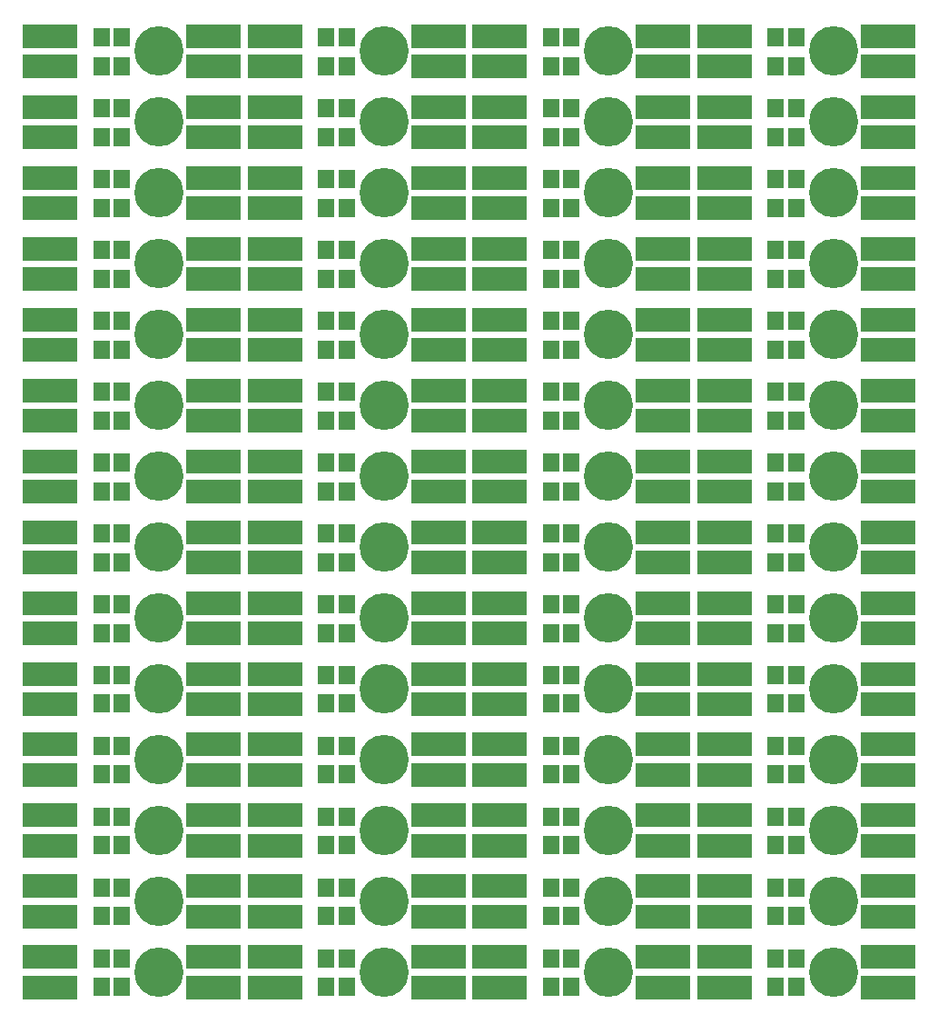
<source format=gbr>
%FSLAX34Y34*%
%MOMM*%
%LNSOLDERMASK_BOTTOM*%
G71*
G01*
%ADD10R, 5.200X2.200*%
%ADD11R, 1.500X1.800*%
%ADD12C, 4.600*%
%LPD*%
X33332Y947083D02*
G54D10*
D03*
X33332Y975658D02*
G54D10*
D03*
X80962Y974725D02*
G54D11*
D03*
X99962Y974725D02*
G54D11*
D03*
X80962Y947738D02*
G54D11*
D03*
X99962Y947738D02*
G54D11*
D03*
X185732Y947083D02*
G54D10*
D03*
X185732Y975658D02*
G54D10*
D03*
X134938Y962025D02*
G54D12*
D03*
X242882Y947083D02*
G54D10*
D03*
X242882Y975658D02*
G54D10*
D03*
X290512Y974725D02*
G54D11*
D03*
X309512Y974725D02*
G54D11*
D03*
X290512Y947738D02*
G54D11*
D03*
X309512Y947738D02*
G54D11*
D03*
X395282Y947083D02*
G54D10*
D03*
X395282Y975658D02*
G54D10*
D03*
X344488Y962025D02*
G54D12*
D03*
X452432Y947083D02*
G54D10*
D03*
X452432Y975658D02*
G54D10*
D03*
X500062Y974725D02*
G54D11*
D03*
X519062Y974725D02*
G54D11*
D03*
X500062Y947738D02*
G54D11*
D03*
X519062Y947738D02*
G54D11*
D03*
X604832Y947083D02*
G54D10*
D03*
X604832Y975658D02*
G54D10*
D03*
X554038Y962025D02*
G54D12*
D03*
X661982Y947083D02*
G54D10*
D03*
X661982Y975658D02*
G54D10*
D03*
X709612Y974725D02*
G54D11*
D03*
X728612Y974725D02*
G54D11*
D03*
X709612Y947738D02*
G54D11*
D03*
X728612Y947738D02*
G54D11*
D03*
X814382Y947083D02*
G54D10*
D03*
X814382Y975658D02*
G54D10*
D03*
X763588Y962025D02*
G54D12*
D03*
X33332Y881063D02*
G54D10*
D03*
X33332Y909638D02*
G54D10*
D03*
X80962Y908705D02*
G54D11*
D03*
X99962Y908705D02*
G54D11*
D03*
X80962Y881717D02*
G54D11*
D03*
X99962Y881717D02*
G54D11*
D03*
X185732Y881063D02*
G54D10*
D03*
X185732Y909638D02*
G54D10*
D03*
X134938Y896005D02*
G54D12*
D03*
X242882Y881063D02*
G54D10*
D03*
X242882Y909638D02*
G54D10*
D03*
X290512Y908705D02*
G54D11*
D03*
X309512Y908705D02*
G54D11*
D03*
X290512Y881717D02*
G54D11*
D03*
X309512Y881717D02*
G54D11*
D03*
X395282Y881063D02*
G54D10*
D03*
X395282Y909638D02*
G54D10*
D03*
X344488Y896005D02*
G54D12*
D03*
X452432Y881063D02*
G54D10*
D03*
X452432Y909638D02*
G54D10*
D03*
X500062Y908705D02*
G54D11*
D03*
X519062Y908705D02*
G54D11*
D03*
X500062Y881717D02*
G54D11*
D03*
X519062Y881717D02*
G54D11*
D03*
X604832Y881063D02*
G54D10*
D03*
X604832Y909638D02*
G54D10*
D03*
X554038Y896005D02*
G54D12*
D03*
X661982Y881063D02*
G54D10*
D03*
X661982Y909638D02*
G54D10*
D03*
X709612Y908705D02*
G54D11*
D03*
X728612Y908705D02*
G54D11*
D03*
X709612Y881717D02*
G54D11*
D03*
X728612Y881717D02*
G54D11*
D03*
X814382Y881063D02*
G54D10*
D03*
X814382Y909638D02*
G54D10*
D03*
X763588Y896005D02*
G54D12*
D03*
X33332Y815043D02*
G54D10*
D03*
X33332Y843617D02*
G54D10*
D03*
X80962Y842685D02*
G54D11*
D03*
X99962Y842685D02*
G54D11*
D03*
X80962Y815697D02*
G54D11*
D03*
X99962Y815697D02*
G54D11*
D03*
X185732Y815043D02*
G54D10*
D03*
X185732Y843617D02*
G54D10*
D03*
X134938Y829985D02*
G54D12*
D03*
X242882Y815043D02*
G54D10*
D03*
X242882Y843617D02*
G54D10*
D03*
X290512Y842685D02*
G54D11*
D03*
X309512Y842685D02*
G54D11*
D03*
X290512Y815697D02*
G54D11*
D03*
X309512Y815697D02*
G54D11*
D03*
X395282Y815043D02*
G54D10*
D03*
X395282Y843617D02*
G54D10*
D03*
X344488Y829985D02*
G54D12*
D03*
X452432Y815043D02*
G54D10*
D03*
X452432Y843617D02*
G54D10*
D03*
X500062Y842685D02*
G54D11*
D03*
X519062Y842685D02*
G54D11*
D03*
X500062Y815697D02*
G54D11*
D03*
X519062Y815697D02*
G54D11*
D03*
X604832Y815043D02*
G54D10*
D03*
X604832Y843617D02*
G54D10*
D03*
X554038Y829985D02*
G54D12*
D03*
X661982Y815043D02*
G54D10*
D03*
X661982Y843617D02*
G54D10*
D03*
X709612Y842685D02*
G54D11*
D03*
X728612Y842685D02*
G54D11*
D03*
X709612Y815697D02*
G54D11*
D03*
X728612Y815697D02*
G54D11*
D03*
X814382Y815043D02*
G54D10*
D03*
X814382Y843617D02*
G54D10*
D03*
X763588Y829985D02*
G54D12*
D03*
X33332Y749023D02*
G54D10*
D03*
X33332Y777597D02*
G54D10*
D03*
X80962Y776665D02*
G54D11*
D03*
X99962Y776665D02*
G54D11*
D03*
X80962Y749677D02*
G54D11*
D03*
X99962Y749677D02*
G54D11*
D03*
X185732Y749023D02*
G54D10*
D03*
X185732Y777597D02*
G54D10*
D03*
X134938Y763965D02*
G54D12*
D03*
X242882Y749023D02*
G54D10*
D03*
X242882Y777597D02*
G54D10*
D03*
X290512Y776665D02*
G54D11*
D03*
X309512Y776665D02*
G54D11*
D03*
X290512Y749677D02*
G54D11*
D03*
X309512Y749677D02*
G54D11*
D03*
X395282Y749023D02*
G54D10*
D03*
X395282Y777597D02*
G54D10*
D03*
X344488Y763965D02*
G54D12*
D03*
X452432Y749023D02*
G54D10*
D03*
X452432Y777597D02*
G54D10*
D03*
X500062Y776665D02*
G54D11*
D03*
X519062Y776665D02*
G54D11*
D03*
X500062Y749677D02*
G54D11*
D03*
X519062Y749677D02*
G54D11*
D03*
X604832Y749023D02*
G54D10*
D03*
X604832Y777597D02*
G54D10*
D03*
X554038Y763965D02*
G54D12*
D03*
X661982Y749023D02*
G54D10*
D03*
X661982Y777597D02*
G54D10*
D03*
X709612Y776665D02*
G54D11*
D03*
X728612Y776665D02*
G54D11*
D03*
X709612Y749677D02*
G54D11*
D03*
X728612Y749677D02*
G54D11*
D03*
X814382Y749023D02*
G54D10*
D03*
X814382Y777597D02*
G54D10*
D03*
X763588Y763965D02*
G54D12*
D03*
X33332Y683003D02*
G54D10*
D03*
X33332Y711578D02*
G54D10*
D03*
X80962Y710645D02*
G54D11*
D03*
X99962Y710645D02*
G54D11*
D03*
X80962Y683658D02*
G54D11*
D03*
X99962Y683658D02*
G54D11*
D03*
X185732Y683003D02*
G54D10*
D03*
X185732Y711578D02*
G54D10*
D03*
X134938Y697945D02*
G54D12*
D03*
X242882Y683003D02*
G54D10*
D03*
X242882Y711578D02*
G54D10*
D03*
X290512Y710645D02*
G54D11*
D03*
X309512Y710645D02*
G54D11*
D03*
X290512Y683658D02*
G54D11*
D03*
X309512Y683658D02*
G54D11*
D03*
X395282Y683003D02*
G54D10*
D03*
X395282Y711578D02*
G54D10*
D03*
X344488Y697945D02*
G54D12*
D03*
X452432Y683003D02*
G54D10*
D03*
X452432Y711578D02*
G54D10*
D03*
X500062Y710645D02*
G54D11*
D03*
X519062Y710645D02*
G54D11*
D03*
X500062Y683658D02*
G54D11*
D03*
X519062Y683658D02*
G54D11*
D03*
X604832Y683003D02*
G54D10*
D03*
X604832Y711578D02*
G54D10*
D03*
X554038Y697945D02*
G54D12*
D03*
X661982Y683003D02*
G54D10*
D03*
X661982Y711578D02*
G54D10*
D03*
X709612Y710645D02*
G54D11*
D03*
X728612Y710645D02*
G54D11*
D03*
X709612Y683658D02*
G54D11*
D03*
X728612Y683658D02*
G54D11*
D03*
X814382Y683003D02*
G54D10*
D03*
X814382Y711578D02*
G54D10*
D03*
X763588Y697945D02*
G54D12*
D03*
X33332Y616983D02*
G54D10*
D03*
X33332Y645558D02*
G54D10*
D03*
X80962Y644625D02*
G54D11*
D03*
X99962Y644625D02*
G54D11*
D03*
X80962Y617638D02*
G54D11*
D03*
X99962Y617638D02*
G54D11*
D03*
X185732Y616983D02*
G54D10*
D03*
X185732Y645558D02*
G54D10*
D03*
X134938Y631925D02*
G54D12*
D03*
X242882Y616983D02*
G54D10*
D03*
X242882Y645558D02*
G54D10*
D03*
X290512Y644625D02*
G54D11*
D03*
X309512Y644625D02*
G54D11*
D03*
X290512Y617638D02*
G54D11*
D03*
X309512Y617638D02*
G54D11*
D03*
X395282Y616983D02*
G54D10*
D03*
X395282Y645558D02*
G54D10*
D03*
X344488Y631925D02*
G54D12*
D03*
X452432Y616983D02*
G54D10*
D03*
X452432Y645558D02*
G54D10*
D03*
X500062Y644625D02*
G54D11*
D03*
X519062Y644625D02*
G54D11*
D03*
X500062Y617638D02*
G54D11*
D03*
X519062Y617638D02*
G54D11*
D03*
X604832Y616983D02*
G54D10*
D03*
X604832Y645558D02*
G54D10*
D03*
X554038Y631925D02*
G54D12*
D03*
X661982Y616983D02*
G54D10*
D03*
X661982Y645558D02*
G54D10*
D03*
X709612Y644625D02*
G54D11*
D03*
X728612Y644625D02*
G54D11*
D03*
X709612Y617638D02*
G54D11*
D03*
X728612Y617638D02*
G54D11*
D03*
X814382Y616983D02*
G54D10*
D03*
X814382Y645558D02*
G54D10*
D03*
X763588Y631925D02*
G54D12*
D03*
X33332Y550963D02*
G54D10*
D03*
X33332Y579538D02*
G54D10*
D03*
X80962Y578605D02*
G54D11*
D03*
X99962Y578605D02*
G54D11*
D03*
X80962Y551618D02*
G54D11*
D03*
X99962Y551618D02*
G54D11*
D03*
X185732Y550963D02*
G54D10*
D03*
X185732Y579538D02*
G54D10*
D03*
X134938Y565905D02*
G54D12*
D03*
X242882Y550963D02*
G54D10*
D03*
X242882Y579538D02*
G54D10*
D03*
X290512Y578605D02*
G54D11*
D03*
X309512Y578605D02*
G54D11*
D03*
X290512Y551618D02*
G54D11*
D03*
X309512Y551618D02*
G54D11*
D03*
X395282Y550963D02*
G54D10*
D03*
X395282Y579538D02*
G54D10*
D03*
X344488Y565905D02*
G54D12*
D03*
X452432Y550963D02*
G54D10*
D03*
X452432Y579538D02*
G54D10*
D03*
X500062Y578605D02*
G54D11*
D03*
X519062Y578605D02*
G54D11*
D03*
X500062Y551618D02*
G54D11*
D03*
X519062Y551618D02*
G54D11*
D03*
X604832Y550963D02*
G54D10*
D03*
X604832Y579538D02*
G54D10*
D03*
X554038Y565905D02*
G54D12*
D03*
X661982Y550963D02*
G54D10*
D03*
X661982Y579538D02*
G54D10*
D03*
X709612Y578605D02*
G54D11*
D03*
X728612Y578605D02*
G54D11*
D03*
X709612Y551618D02*
G54D11*
D03*
X728612Y551618D02*
G54D11*
D03*
X814382Y550963D02*
G54D10*
D03*
X814382Y579538D02*
G54D10*
D03*
X763588Y565905D02*
G54D12*
D03*
X33332Y484943D02*
G54D10*
D03*
X33332Y513518D02*
G54D10*
D03*
X80962Y512585D02*
G54D11*
D03*
X99962Y512585D02*
G54D11*
D03*
X80962Y485598D02*
G54D11*
D03*
X99962Y485598D02*
G54D11*
D03*
X185732Y484943D02*
G54D10*
D03*
X185732Y513518D02*
G54D10*
D03*
X134938Y499885D02*
G54D12*
D03*
X242882Y484943D02*
G54D10*
D03*
X242882Y513518D02*
G54D10*
D03*
X290512Y512585D02*
G54D11*
D03*
X309512Y512585D02*
G54D11*
D03*
X290512Y485598D02*
G54D11*
D03*
X309512Y485598D02*
G54D11*
D03*
X395282Y484943D02*
G54D10*
D03*
X395282Y513518D02*
G54D10*
D03*
X344488Y499885D02*
G54D12*
D03*
X452432Y484943D02*
G54D10*
D03*
X452432Y513518D02*
G54D10*
D03*
X500062Y512585D02*
G54D11*
D03*
X519062Y512585D02*
G54D11*
D03*
X500062Y485598D02*
G54D11*
D03*
X519062Y485598D02*
G54D11*
D03*
X604832Y484943D02*
G54D10*
D03*
X604832Y513518D02*
G54D10*
D03*
X554038Y499885D02*
G54D12*
D03*
X661982Y484943D02*
G54D10*
D03*
X661982Y513518D02*
G54D10*
D03*
X709612Y512585D02*
G54D11*
D03*
X728612Y512585D02*
G54D11*
D03*
X709612Y485598D02*
G54D11*
D03*
X728612Y485598D02*
G54D11*
D03*
X814382Y484943D02*
G54D10*
D03*
X814382Y513518D02*
G54D10*
D03*
X763588Y499885D02*
G54D12*
D03*
X33332Y418923D02*
G54D10*
D03*
X33332Y447498D02*
G54D10*
D03*
X80962Y446565D02*
G54D11*
D03*
X99962Y446565D02*
G54D11*
D03*
X80962Y419578D02*
G54D11*
D03*
X99962Y419578D02*
G54D11*
D03*
X185732Y418923D02*
G54D10*
D03*
X185732Y447498D02*
G54D10*
D03*
X134938Y433865D02*
G54D12*
D03*
X242882Y418923D02*
G54D10*
D03*
X242882Y447498D02*
G54D10*
D03*
X290512Y446565D02*
G54D11*
D03*
X309512Y446565D02*
G54D11*
D03*
X290512Y419578D02*
G54D11*
D03*
X309512Y419578D02*
G54D11*
D03*
X395282Y418923D02*
G54D10*
D03*
X395282Y447498D02*
G54D10*
D03*
X344488Y433865D02*
G54D12*
D03*
X452432Y418923D02*
G54D10*
D03*
X452432Y447498D02*
G54D10*
D03*
X500062Y446565D02*
G54D11*
D03*
X519062Y446565D02*
G54D11*
D03*
X500062Y419578D02*
G54D11*
D03*
X519062Y419578D02*
G54D11*
D03*
X604832Y418923D02*
G54D10*
D03*
X604832Y447498D02*
G54D10*
D03*
X554038Y433865D02*
G54D12*
D03*
X661982Y418923D02*
G54D10*
D03*
X661982Y447498D02*
G54D10*
D03*
X709612Y446565D02*
G54D11*
D03*
X728612Y446565D02*
G54D11*
D03*
X709612Y419578D02*
G54D11*
D03*
X728612Y419578D02*
G54D11*
D03*
X814382Y418923D02*
G54D10*
D03*
X814382Y447498D02*
G54D10*
D03*
X763588Y433865D02*
G54D12*
D03*
X33332Y352903D02*
G54D10*
D03*
X33332Y381478D02*
G54D10*
D03*
X80962Y380545D02*
G54D11*
D03*
X99962Y380545D02*
G54D11*
D03*
X80962Y353558D02*
G54D11*
D03*
X99962Y353558D02*
G54D11*
D03*
X185732Y352903D02*
G54D10*
D03*
X185732Y381478D02*
G54D10*
D03*
X134938Y367845D02*
G54D12*
D03*
X242882Y352903D02*
G54D10*
D03*
X242882Y381478D02*
G54D10*
D03*
X290512Y380545D02*
G54D11*
D03*
X309512Y380545D02*
G54D11*
D03*
X290512Y353558D02*
G54D11*
D03*
X309512Y353558D02*
G54D11*
D03*
X395282Y352903D02*
G54D10*
D03*
X395282Y381478D02*
G54D10*
D03*
X344488Y367845D02*
G54D12*
D03*
X452432Y352903D02*
G54D10*
D03*
X452432Y381478D02*
G54D10*
D03*
X500062Y380545D02*
G54D11*
D03*
X519062Y380545D02*
G54D11*
D03*
X500062Y353558D02*
G54D11*
D03*
X519062Y353558D02*
G54D11*
D03*
X604832Y352903D02*
G54D10*
D03*
X604832Y381478D02*
G54D10*
D03*
X554038Y367845D02*
G54D12*
D03*
X661982Y352903D02*
G54D10*
D03*
X661982Y381478D02*
G54D10*
D03*
X709612Y380545D02*
G54D11*
D03*
X728612Y380545D02*
G54D11*
D03*
X709612Y353558D02*
G54D11*
D03*
X728612Y353558D02*
G54D11*
D03*
X814382Y352903D02*
G54D10*
D03*
X814382Y381478D02*
G54D10*
D03*
X763588Y367845D02*
G54D12*
D03*
X33332Y286883D02*
G54D10*
D03*
X33332Y315458D02*
G54D10*
D03*
X80962Y314525D02*
G54D11*
D03*
X99962Y314525D02*
G54D11*
D03*
X80962Y287538D02*
G54D11*
D03*
X99962Y287538D02*
G54D11*
D03*
X185732Y286883D02*
G54D10*
D03*
X185732Y315458D02*
G54D10*
D03*
X134938Y301825D02*
G54D12*
D03*
X242882Y286883D02*
G54D10*
D03*
X242882Y315458D02*
G54D10*
D03*
X290512Y314525D02*
G54D11*
D03*
X309512Y314525D02*
G54D11*
D03*
X290512Y287538D02*
G54D11*
D03*
X309512Y287538D02*
G54D11*
D03*
X395282Y286883D02*
G54D10*
D03*
X395282Y315458D02*
G54D10*
D03*
X344488Y301825D02*
G54D12*
D03*
X452432Y286883D02*
G54D10*
D03*
X452432Y315458D02*
G54D10*
D03*
X500062Y314525D02*
G54D11*
D03*
X519062Y314525D02*
G54D11*
D03*
X500062Y287538D02*
G54D11*
D03*
X519062Y287538D02*
G54D11*
D03*
X604832Y286883D02*
G54D10*
D03*
X604832Y315458D02*
G54D10*
D03*
X554038Y301825D02*
G54D12*
D03*
X661982Y286883D02*
G54D10*
D03*
X661982Y315458D02*
G54D10*
D03*
X709612Y314525D02*
G54D11*
D03*
X728612Y314525D02*
G54D11*
D03*
X709612Y287538D02*
G54D11*
D03*
X728612Y287538D02*
G54D11*
D03*
X814382Y286883D02*
G54D10*
D03*
X814382Y315458D02*
G54D10*
D03*
X763588Y301825D02*
G54D12*
D03*
X33332Y220863D02*
G54D10*
D03*
X33332Y249438D02*
G54D10*
D03*
X80962Y248505D02*
G54D11*
D03*
X99962Y248505D02*
G54D11*
D03*
X80962Y221518D02*
G54D11*
D03*
X99962Y221518D02*
G54D11*
D03*
X185732Y220863D02*
G54D10*
D03*
X185732Y249438D02*
G54D10*
D03*
X134938Y235805D02*
G54D12*
D03*
X242882Y220863D02*
G54D10*
D03*
X242882Y249438D02*
G54D10*
D03*
X290512Y248505D02*
G54D11*
D03*
X309512Y248505D02*
G54D11*
D03*
X290512Y221518D02*
G54D11*
D03*
X309512Y221518D02*
G54D11*
D03*
X395282Y220863D02*
G54D10*
D03*
X395282Y249438D02*
G54D10*
D03*
X344488Y235805D02*
G54D12*
D03*
X452432Y220863D02*
G54D10*
D03*
X452432Y249438D02*
G54D10*
D03*
X500062Y248505D02*
G54D11*
D03*
X519062Y248505D02*
G54D11*
D03*
X500062Y221518D02*
G54D11*
D03*
X519062Y221518D02*
G54D11*
D03*
X604832Y220863D02*
G54D10*
D03*
X604832Y249438D02*
G54D10*
D03*
X554038Y235805D02*
G54D12*
D03*
X661982Y220863D02*
G54D10*
D03*
X661982Y249438D02*
G54D10*
D03*
X709612Y248505D02*
G54D11*
D03*
X728612Y248505D02*
G54D11*
D03*
X709612Y221518D02*
G54D11*
D03*
X728612Y221518D02*
G54D11*
D03*
X814382Y220863D02*
G54D10*
D03*
X814382Y249438D02*
G54D10*
D03*
X763588Y235805D02*
G54D12*
D03*
X33332Y154843D02*
G54D10*
D03*
X33332Y183418D02*
G54D10*
D03*
X80962Y182485D02*
G54D11*
D03*
X99962Y182485D02*
G54D11*
D03*
X80962Y155498D02*
G54D11*
D03*
X99962Y155498D02*
G54D11*
D03*
X185732Y154843D02*
G54D10*
D03*
X185732Y183418D02*
G54D10*
D03*
X134938Y169785D02*
G54D12*
D03*
X242882Y154843D02*
G54D10*
D03*
X242882Y183418D02*
G54D10*
D03*
X290512Y182485D02*
G54D11*
D03*
X309512Y182485D02*
G54D11*
D03*
X290512Y155498D02*
G54D11*
D03*
X309512Y155498D02*
G54D11*
D03*
X395282Y154843D02*
G54D10*
D03*
X395282Y183418D02*
G54D10*
D03*
X344488Y169785D02*
G54D12*
D03*
X452432Y154843D02*
G54D10*
D03*
X452432Y183418D02*
G54D10*
D03*
X500062Y182485D02*
G54D11*
D03*
X519062Y182485D02*
G54D11*
D03*
X500062Y155498D02*
G54D11*
D03*
X519062Y155498D02*
G54D11*
D03*
X604832Y154843D02*
G54D10*
D03*
X604832Y183418D02*
G54D10*
D03*
X554038Y169785D02*
G54D12*
D03*
X661982Y154843D02*
G54D10*
D03*
X661982Y183418D02*
G54D10*
D03*
X709612Y182485D02*
G54D11*
D03*
X728612Y182485D02*
G54D11*
D03*
X709612Y155498D02*
G54D11*
D03*
X728612Y155498D02*
G54D11*
D03*
X814382Y154843D02*
G54D10*
D03*
X814382Y183418D02*
G54D10*
D03*
X763588Y169785D02*
G54D12*
D03*
X33332Y88823D02*
G54D10*
D03*
X33332Y117398D02*
G54D10*
D03*
X80962Y116465D02*
G54D11*
D03*
X99962Y116465D02*
G54D11*
D03*
X80962Y89478D02*
G54D11*
D03*
X99962Y89478D02*
G54D11*
D03*
X185732Y88823D02*
G54D10*
D03*
X185732Y117398D02*
G54D10*
D03*
X134938Y103765D02*
G54D12*
D03*
X242882Y88823D02*
G54D10*
D03*
X242882Y117398D02*
G54D10*
D03*
X290512Y116465D02*
G54D11*
D03*
X309512Y116465D02*
G54D11*
D03*
X290512Y89478D02*
G54D11*
D03*
X309512Y89478D02*
G54D11*
D03*
X395282Y88823D02*
G54D10*
D03*
X395282Y117398D02*
G54D10*
D03*
X344488Y103765D02*
G54D12*
D03*
X452432Y88823D02*
G54D10*
D03*
X452432Y117398D02*
G54D10*
D03*
X500062Y116465D02*
G54D11*
D03*
X519062Y116465D02*
G54D11*
D03*
X500062Y89478D02*
G54D11*
D03*
X519062Y89478D02*
G54D11*
D03*
X604832Y88823D02*
G54D10*
D03*
X604832Y117398D02*
G54D10*
D03*
X554038Y103765D02*
G54D12*
D03*
X661982Y88823D02*
G54D10*
D03*
X661982Y117398D02*
G54D10*
D03*
X709612Y116465D02*
G54D11*
D03*
X728612Y116465D02*
G54D11*
D03*
X709612Y89478D02*
G54D11*
D03*
X728612Y89478D02*
G54D11*
D03*
X814382Y88823D02*
G54D10*
D03*
X814382Y117398D02*
G54D10*
D03*
X763588Y103765D02*
G54D12*
D03*
M02*

</source>
